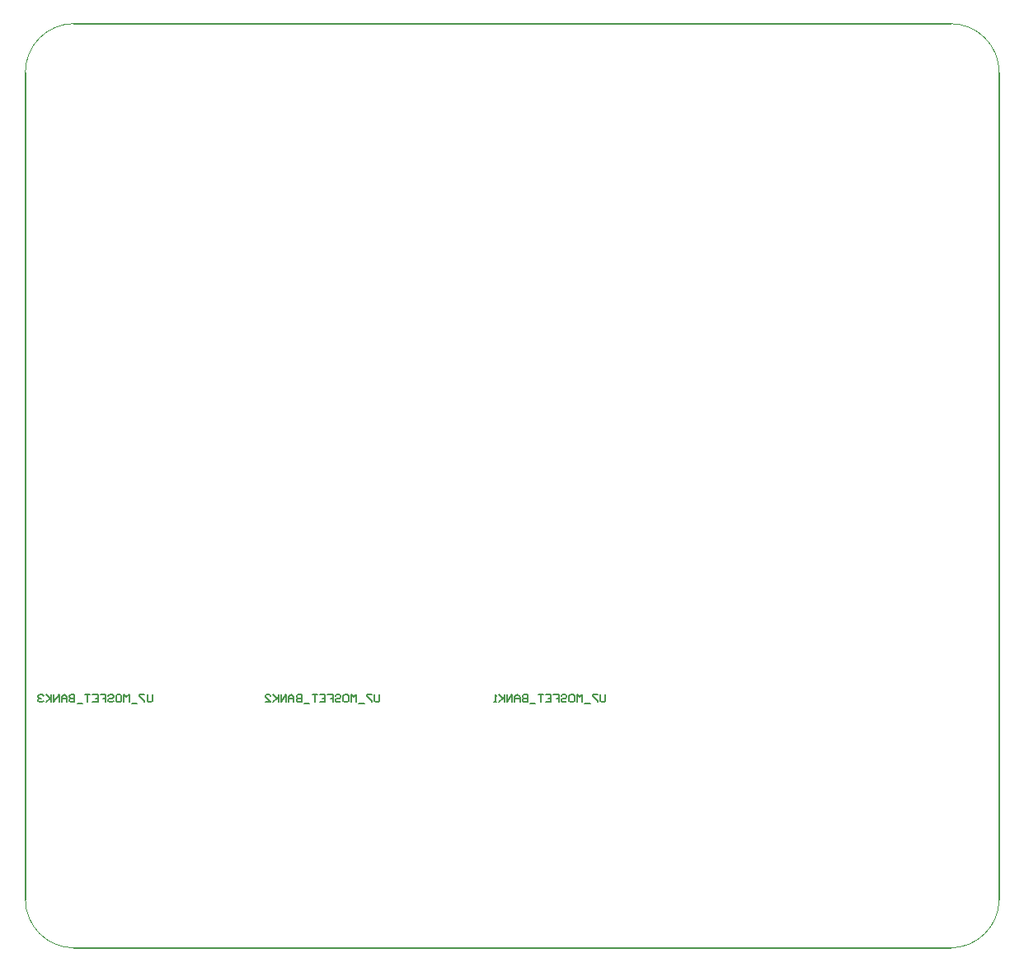
<source format=gm1>
G04*
G04 #@! TF.GenerationSoftware,Altium Limited,Altium Designer,24.4.1 (13)*
G04*
G04 Layer_Color=16711935*
%FSLAX44Y44*%
%MOMM*%
G71*
G04*
G04 #@! TF.SameCoordinates,D7575A33-01EC-4171-9A11-0C774D8D2981*
G04*
G04*
G04 #@! TF.FilePolarity,Positive*
G04*
G01*
G75*
%ADD12C,0.1500*%
%ADD15C,0.2000*%
%ADD18C,0.1000*%
D12*
X363750Y260497D02*
Y253833D01*
X362417Y252500D01*
X359751D01*
X358419Y253833D01*
Y260497D01*
X355753D02*
X350421D01*
Y259164D01*
X355753Y253833D01*
Y252500D01*
X347755Y251167D02*
X342424D01*
X339758Y252500D02*
Y260497D01*
X337092Y257831D01*
X334426Y260497D01*
Y252500D01*
X327762Y260497D02*
X330428D01*
X331760Y259164D01*
Y253833D01*
X330428Y252500D01*
X327762D01*
X326429Y253833D01*
Y259164D01*
X327762Y260497D01*
X318431Y259164D02*
X319764Y260497D01*
X322430D01*
X323763Y259164D01*
Y257831D01*
X322430Y256499D01*
X319764D01*
X318431Y255166D01*
Y253833D01*
X319764Y252500D01*
X322430D01*
X323763Y253833D01*
X310434Y260497D02*
X315766D01*
Y256499D01*
X313100D01*
X315766D01*
Y252500D01*
X302437Y260497D02*
X307768D01*
Y252500D01*
X302437D01*
X307768Y256499D02*
X305102D01*
X299771Y260497D02*
X294439D01*
X297105D01*
Y252500D01*
X291773Y251167D02*
X286442D01*
X283776Y260497D02*
Y252500D01*
X279777D01*
X278444Y253833D01*
Y255166D01*
X279777Y256499D01*
X283776D01*
X279777D01*
X278444Y257831D01*
Y259164D01*
X279777Y260497D01*
X283776D01*
X275779Y252500D02*
Y257831D01*
X273113Y260497D01*
X270447Y257831D01*
Y252500D01*
Y256499D01*
X275779D01*
X267781Y252500D02*
Y260497D01*
X262449Y252500D01*
Y260497D01*
X259784D02*
Y252500D01*
Y255166D01*
X254452Y260497D01*
X258451Y256499D01*
X254452Y252500D01*
X246455D02*
X251786D01*
X246455Y257831D01*
Y259164D01*
X247788Y260497D01*
X250453D01*
X251786Y259164D01*
X130500Y260497D02*
Y253833D01*
X129167Y252500D01*
X126501D01*
X125168Y253833D01*
Y260497D01*
X122503D02*
X117171D01*
Y259165D01*
X122503Y253833D01*
Y252500D01*
X114505Y251167D02*
X109174D01*
X106508Y252500D02*
Y260497D01*
X103842Y257832D01*
X101176Y260497D01*
Y252500D01*
X94512Y260497D02*
X97177D01*
X98510Y259165D01*
Y253833D01*
X97177Y252500D01*
X94512D01*
X93179Y253833D01*
Y259165D01*
X94512Y260497D01*
X85181Y259165D02*
X86514Y260497D01*
X89180D01*
X90513Y259165D01*
Y257832D01*
X89180Y256499D01*
X86514D01*
X85181Y255166D01*
Y253833D01*
X86514Y252500D01*
X89180D01*
X90513Y253833D01*
X77184Y260497D02*
X82515D01*
Y256499D01*
X79850D01*
X82515D01*
Y252500D01*
X69187Y260497D02*
X74518D01*
Y252500D01*
X69187D01*
X74518Y256499D02*
X71852D01*
X66521Y260497D02*
X61189D01*
X63855D01*
Y252500D01*
X58523Y251167D02*
X53192D01*
X50526Y260497D02*
Y252500D01*
X46527D01*
X45194Y253833D01*
Y255166D01*
X46527Y256499D01*
X50526D01*
X46527D01*
X45194Y257832D01*
Y259165D01*
X46527Y260497D01*
X50526D01*
X42528Y252500D02*
Y257832D01*
X39863Y260497D01*
X37197Y257832D01*
Y252500D01*
Y256499D01*
X42528D01*
X34531Y252500D02*
Y260497D01*
X29199Y252500D01*
Y260497D01*
X26534D02*
Y252500D01*
Y255166D01*
X21202Y260497D01*
X25201Y256499D01*
X21202Y252500D01*
X18536Y259165D02*
X17203Y260497D01*
X14537D01*
X13204Y259165D01*
Y257832D01*
X14537Y256499D01*
X15870D01*
X14537D01*
X13204Y255166D01*
Y253833D01*
X14537Y252500D01*
X17203D01*
X18536Y253833D01*
X595750Y260498D02*
Y253833D01*
X594417Y252500D01*
X591751D01*
X590418Y253833D01*
Y260498D01*
X587753D02*
X582421D01*
Y259165D01*
X587753Y253833D01*
Y252500D01*
X579755Y251167D02*
X574424D01*
X571758Y252500D02*
Y260498D01*
X569092Y257832D01*
X566426Y260498D01*
Y252500D01*
X559762Y260498D02*
X562427D01*
X563760Y259165D01*
Y253833D01*
X562427Y252500D01*
X559762D01*
X558429Y253833D01*
Y259165D01*
X559762Y260498D01*
X550431Y259165D02*
X551764Y260498D01*
X554430D01*
X555763Y259165D01*
Y257832D01*
X554430Y256499D01*
X551764D01*
X550431Y255166D01*
Y253833D01*
X551764Y252500D01*
X554430D01*
X555763Y253833D01*
X542434Y260498D02*
X547766D01*
Y256499D01*
X545100D01*
X547766D01*
Y252500D01*
X534436Y260498D02*
X539768D01*
Y252500D01*
X534436D01*
X539768Y256499D02*
X537102D01*
X531771Y260498D02*
X526439D01*
X529105D01*
Y252500D01*
X523773Y251167D02*
X518442D01*
X515776Y260498D02*
Y252500D01*
X511777D01*
X510444Y253833D01*
Y255166D01*
X511777Y256499D01*
X515776D01*
X511777D01*
X510444Y257832D01*
Y259165D01*
X511777Y260498D01*
X515776D01*
X507778Y252500D02*
Y257832D01*
X505113Y260498D01*
X502447Y257832D01*
Y252500D01*
Y256499D01*
X507778D01*
X499781Y252500D02*
Y260498D01*
X494449Y252500D01*
Y260498D01*
X491784D02*
Y252500D01*
Y255166D01*
X486452Y260498D01*
X490451Y256499D01*
X486452Y252500D01*
X483786D02*
X481120D01*
X482453D01*
Y260498D01*
X483786Y259165D01*
D15*
X50000Y0D02*
X950000D01*
X1000000Y50000D02*
Y900000D01*
X50000Y950000D02*
X950000D01*
X-0Y900000D02*
X0Y50000D01*
D18*
D02*
G03*
X50000Y0I50000J0D01*
G01*
X950000D02*
G03*
X1000000Y50000I0J50000D01*
G01*
Y900000D02*
G03*
X950000Y950000I-50000J0D01*
G01*
X50000Y950000D02*
G03*
X-0Y900000I-0J-50000D01*
G01*
M02*

</source>
